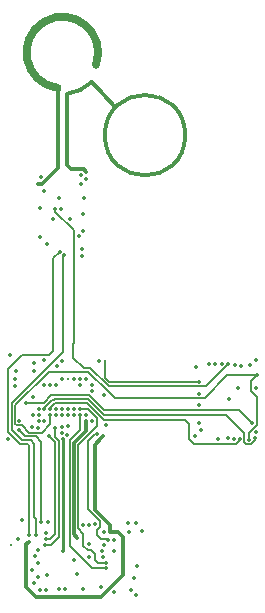
<source format=gbr>
G04 #@! TF.GenerationSoftware,KiCad,Pcbnew,(5.1.5)-3*
G04 #@! TF.CreationDate,2020-06-16T17:34:26-07:00*
G04 #@! TF.ProjectId,Miniscope-v4-Rigid-Flex,4d696e69-7363-46f7-9065-2d76342d5269,rev?*
G04 #@! TF.SameCoordinates,Original*
G04 #@! TF.FileFunction,Copper,L4,Inr*
G04 #@! TF.FilePolarity,Positive*
%FSLAX46Y46*%
G04 Gerber Fmt 4.6, Leading zero omitted, Abs format (unit mm)*
G04 Created by KiCad (PCBNEW (5.1.5)-3) date 2020-06-16 17:34:26*
%MOMM*%
%LPD*%
G04 APERTURE LIST*
%ADD10C,0.304800*%
%ADD11C,0.700000*%
%ADD12C,0.300000*%
%ADD13C,0.350000*%
%ADD14C,0.300000*%
%ADD15C,0.254000*%
%ADD16C,0.152400*%
%ADD17C,0.203200*%
G04 APERTURE END LIST*
D10*
X106240984Y-86490984D02*
X108250000Y-88600000D01*
X106241844Y-86490123D02*
G75*
G02X104150000Y-87500000I-2491844J2490123D01*
G01*
D11*
X106594123Y-85034875D02*
G75*
G03X103350000Y-87000000I-2844123J1034875D01*
G01*
D10*
X104136200Y-88894800D02*
X104150000Y-87500000D01*
D12*
X114150000Y-91000000D02*
G75*
G03X114150000Y-91000000I-3400000J0D01*
G01*
D10*
X103348800Y-88945600D02*
X103350000Y-87000000D01*
D13*
X102967800Y-98080200D03*
X102459800Y-100213800D03*
X101824800Y-97191200D03*
X101901000Y-99588200D03*
X104441000Y-98072204D03*
X105380800Y-101225400D03*
X108153200Y-125282200D03*
X109423200Y-124571000D03*
X110042800Y-127500000D03*
X109792800Y-128500000D03*
X101833200Y-129476000D03*
X103805272Y-126232072D03*
X104991600Y-128180600D03*
X115450200Y-115976100D03*
X106854008Y-110111800D03*
X110515400Y-124494800D03*
X117238200Y-110373800D03*
X107268800Y-124573800D03*
X107010200Y-129295400D03*
X101734400Y-114680800D03*
X102234400Y-115180800D03*
X103727105Y-115714263D03*
X101172800Y-127850400D03*
X108153200Y-126171200D03*
X102425200Y-128206000D03*
X106234400Y-115180800D03*
X103729800Y-110162600D03*
X105990400Y-126740800D03*
X103803210Y-116715800D03*
X106041200Y-125597800D03*
X117862700Y-113338600D03*
X116963200Y-116749200D03*
X104736800Y-126948400D03*
X102409000Y-124691400D03*
X99774000Y-111621200D03*
X101729600Y-115758600D03*
X104734400Y-111680800D03*
X101734400Y-114180800D03*
X106234400Y-112180800D03*
X100000000Y-125215199D03*
X118588800Y-112378800D03*
D14*
X104234400Y-111680800D03*
D13*
X115109000Y-110653200D03*
X101323400Y-110300400D03*
X105584175Y-96353175D03*
X105330000Y-94355802D03*
X116154800Y-110378800D03*
X110000000Y-123859988D03*
X115349800Y-112877800D03*
X115349800Y-113877800D03*
X101346000Y-128914400D03*
X100123002Y-115199800D03*
X104017600Y-129450600D03*
X104978200Y-125064400D03*
X107253800Y-112992800D03*
X106512389Y-123949248D03*
X108149400Y-129707400D03*
X120188996Y-112380400D03*
X105734400Y-115180800D03*
X101734400Y-115180800D03*
X101323400Y-110960800D03*
X105234400Y-111680800D03*
X114956600Y-116469800D03*
X103234400Y-112180800D03*
X118919000Y-110551600D03*
X120189000Y-116106199D03*
X119604804Y-110492800D03*
X102734400Y-112180800D03*
X115349800Y-115361998D03*
X107412800Y-115572800D03*
X102734400Y-114180800D03*
X118769390Y-116698400D03*
X120039390Y-116673000D03*
X102234400Y-114180800D03*
X119833400Y-115377600D03*
X100656400Y-113642400D03*
X105380800Y-100675400D03*
X105533200Y-99091800D03*
X103454800Y-96327600D03*
X107818800Y-124573800D03*
X106234400Y-112680800D03*
X100910400Y-125441000D03*
X102237800Y-110066210D03*
X102234400Y-112180800D03*
X116688200Y-110378800D03*
X101234400Y-114680800D03*
X105734400Y-111680800D03*
X107235000Y-116487200D03*
X120112800Y-110035600D03*
X99716600Y-112245400D03*
D14*
X107387400Y-110111800D03*
D13*
X115349800Y-111867190D03*
X100377000Y-123548400D03*
X99799400Y-110960800D03*
X99183200Y-116741200D03*
X109343200Y-123853200D03*
D14*
X99386400Y-125699400D03*
D13*
X118360200Y-110475400D03*
X105533200Y-97644000D03*
X105126810Y-99545400D03*
X101977200Y-94533606D03*
X103653600Y-97240200D03*
X102180400Y-95752780D03*
X101723200Y-95092398D03*
X105787200Y-94101800D03*
X101175400Y-115736000D03*
X103734400Y-114680800D03*
X105734400Y-114680800D03*
X103734400Y-111680800D03*
X102358198Y-125199400D03*
X102586800Y-116444400D03*
X103234400Y-114680800D03*
X103145598Y-115826800D03*
X102307400Y-125707400D03*
X103272600Y-110518200D03*
X99310200Y-109654600D03*
X101234400Y-113180800D03*
X105234400Y-112180800D03*
X109542800Y-129500000D03*
X110029000Y-129941200D03*
X103475400Y-129450600D03*
X102383200Y-129476000D03*
X105516200Y-129450600D03*
X101722800Y-128409200D03*
X119533132Y-116770068D03*
X120239800Y-111339000D03*
X102734400Y-114680800D03*
X103153600Y-97240200D03*
X117801400Y-110399200D03*
X102536000Y-123726200D03*
X103234400Y-114180800D03*
X101977200Y-123728999D03*
X103734400Y-114180800D03*
X100046800Y-115953800D03*
X106015800Y-123972200D03*
X104234400Y-114680800D03*
X105507800Y-124023000D03*
X104263192Y-115631600D03*
X107598768Y-125301168D03*
X104234400Y-114180800D03*
X106727000Y-116309400D03*
X107285800Y-125699400D03*
X104734400Y-114680800D03*
X103704402Y-116190400D03*
X101678614Y-126152184D03*
X104734400Y-114180800D03*
X107071800Y-126198400D03*
X105234400Y-114198410D03*
X107412800Y-127198000D03*
X104127250Y-116365400D03*
X107184200Y-126698000D03*
X107477028Y-127667172D03*
X105234400Y-114680800D03*
X101671800Y-127212600D03*
X118284000Y-116698400D03*
X117776000Y-116673004D03*
X101469198Y-126639200D03*
X103526600Y-100899600D03*
X100910400Y-124891000D03*
X105350967Y-95176325D03*
X103933000Y-101153600D03*
X101494600Y-124891000D03*
X105750000Y-94750000D03*
D15*
X103805272Y-116717862D02*
X103803210Y-116715800D01*
X103805272Y-126232072D02*
X103805272Y-116717862D01*
D10*
X104978200Y-125064400D02*
X104720389Y-124806589D01*
X104720389Y-117046011D02*
X105734400Y-116032000D01*
X104720389Y-124806589D02*
X104720389Y-117046011D01*
X105734400Y-115357576D02*
X105734400Y-115180800D01*
X105734400Y-116032000D02*
X105734400Y-115357576D01*
D16*
X102734400Y-114104400D02*
X103160200Y-113678600D01*
D17*
X114474000Y-116690400D02*
X114911001Y-117127401D01*
X114169200Y-115115600D02*
X114474000Y-115420400D01*
X105822667Y-113678600D02*
X107259667Y-115115600D01*
X114911001Y-117127401D02*
X118481999Y-117127401D01*
X118769390Y-116840010D02*
X118769390Y-116698400D01*
D16*
X103160200Y-113678600D02*
X103236600Y-113678600D01*
D17*
X118481999Y-117127401D02*
X118769390Y-116840010D01*
X107259667Y-115115600D02*
X114169200Y-115115600D01*
D16*
X102734400Y-114180800D02*
X102734400Y-114104400D01*
D17*
X114474000Y-115420400D02*
X114474000Y-116690400D01*
X103236600Y-113678600D02*
X105822667Y-113678600D01*
X117598200Y-114683800D02*
X119154931Y-116240531D01*
D16*
X119731131Y-117148269D02*
X120039390Y-116840010D01*
X119154931Y-116977131D02*
X119326069Y-117148269D01*
X119154931Y-116494531D02*
X119154931Y-116977131D01*
X120039390Y-116840010D02*
X120039390Y-116673000D01*
X119154931Y-116240531D02*
X119154931Y-116494531D01*
X119326069Y-117148269D02*
X119731131Y-117148269D01*
D17*
X103016000Y-113399200D02*
X103041410Y-113373790D01*
X103041410Y-113373790D02*
X105948924Y-113373790D01*
D16*
X102234400Y-114180800D02*
X102234400Y-114071000D01*
X102234400Y-114071000D02*
X102906200Y-113399200D01*
X102906200Y-113399200D02*
X103016000Y-113399200D01*
D17*
X105948924Y-113373790D02*
X107258934Y-114683800D01*
X107258934Y-114683800D02*
X117598200Y-114683800D01*
D16*
X100903887Y-113642400D02*
X100656400Y-113642400D01*
X102180400Y-113642400D02*
X100903887Y-113642400D01*
X106042001Y-113033601D02*
X102789199Y-113033601D01*
D17*
X119658401Y-115202601D02*
X119833400Y-115377600D01*
X106371400Y-113363000D02*
X107285800Y-114277400D01*
D16*
X102789199Y-113033601D02*
X102180400Y-113642400D01*
X106371400Y-113363000D02*
X106042001Y-113033601D01*
D17*
X118733200Y-114277400D02*
X119658401Y-115202601D01*
X107285800Y-114277400D02*
X118733200Y-114277400D01*
D10*
X100910400Y-125441000D02*
X100700470Y-125650930D01*
X101520000Y-130068200D02*
X107006400Y-130068200D01*
X107827200Y-124573800D02*
X107818800Y-124573800D01*
X108860600Y-124996200D02*
X108438200Y-124573800D01*
X108438200Y-124573800D02*
X107818800Y-124573800D01*
X107818800Y-124573800D02*
X107818800Y-124030600D01*
X108860600Y-128214000D02*
X108860600Y-124996200D01*
X100700470Y-125650930D02*
X100700470Y-129248670D01*
X107818800Y-124573800D02*
X107818800Y-124303800D01*
X107818800Y-124030600D02*
X106498400Y-122710200D01*
X107819200Y-124565800D02*
X107827200Y-124573800D01*
X100700470Y-129248670D02*
X101520000Y-130068200D01*
X107006400Y-130068200D02*
X108860600Y-128214000D01*
X106498400Y-122710200D02*
X106498400Y-117223800D01*
X106498400Y-117223800D02*
X107060001Y-116662199D01*
X107060001Y-116662199D02*
X107235000Y-116487200D01*
D17*
X107720390Y-111867190D02*
X107387400Y-111534200D01*
X115349800Y-111867190D02*
X107720390Y-111867190D01*
X107387400Y-111534200D02*
X107387400Y-110111800D01*
D10*
X102053330Y-95092398D02*
X103348800Y-93796928D01*
X101723200Y-95092398D02*
X102053330Y-95092398D01*
X103348800Y-93796928D02*
X103348800Y-88906410D01*
X104136200Y-93492200D02*
X104136200Y-88906410D01*
X104517200Y-93873200D02*
X104136200Y-93492200D01*
X105787200Y-94101800D02*
X105558600Y-93873200D01*
X105558600Y-93873200D02*
X104517200Y-93873200D01*
D17*
X103145600Y-124767600D02*
X102713800Y-125199400D01*
X102713800Y-125199400D02*
X102358198Y-125199400D01*
X103145600Y-117003200D02*
X103145600Y-124767600D01*
X102586800Y-116444400D02*
X103145600Y-117003200D01*
X103145598Y-116572131D02*
X103145598Y-116074287D01*
X103450411Y-125021589D02*
X103450411Y-116876944D01*
X102764600Y-125707400D02*
X103450411Y-125021589D01*
X103145598Y-116074287D02*
X103145598Y-115826800D01*
X102307400Y-125707400D02*
X102764600Y-125707400D01*
X103450411Y-116876944D02*
X103145598Y-116572131D01*
D16*
X120064801Y-111513999D02*
X120239800Y-111339000D01*
X107616000Y-112702600D02*
X107844600Y-112931200D01*
X119533132Y-116770068D02*
X119533132Y-116239921D01*
X119480599Y-116717535D02*
X119533132Y-116770068D01*
D17*
X115794800Y-113261400D02*
X117717200Y-111339000D01*
X119992313Y-111339000D02*
X120239800Y-111339000D01*
D16*
X105947590Y-111034190D02*
X107616000Y-112702600D01*
X99767400Y-113845600D02*
X102578810Y-111034190D01*
D17*
X107844600Y-112931200D02*
X108174800Y-113261400D01*
X117717200Y-111339000D02*
X119992313Y-111339000D01*
D16*
X99767400Y-115420400D02*
X99767400Y-113845600D01*
X99919800Y-115572800D02*
X99767400Y-115420400D01*
X120265200Y-115507853D02*
X120265200Y-113210600D01*
X119757200Y-111821600D02*
X120064801Y-111513999D01*
X102734400Y-115476000D02*
X102002600Y-116207800D01*
X100300800Y-115572800D02*
X99919800Y-115572800D01*
X102734400Y-114680800D02*
X102734400Y-115476000D01*
X119533132Y-116239921D02*
X120265200Y-115507853D01*
X102002600Y-116207800D02*
X100935800Y-116207800D01*
X102578810Y-111034190D02*
X105947590Y-111034190D01*
X119757200Y-112702600D02*
X119757200Y-111821600D01*
X100935800Y-116207800D02*
X100300800Y-115572800D01*
X120265200Y-113210600D02*
X119757200Y-112702600D01*
D17*
X108174800Y-113261400D02*
X115794800Y-113261400D01*
X104697799Y-99014799D02*
X103153600Y-97470600D01*
X104697799Y-108565199D02*
X104697799Y-99014799D01*
X103153600Y-97470600D02*
X103153600Y-97240200D01*
X117772538Y-110399200D02*
X115900938Y-112270800D01*
X104695000Y-108567998D02*
X104697799Y-108565199D01*
X105558600Y-110696000D02*
X104695000Y-109832400D01*
X106092000Y-110696000D02*
X105558600Y-110696000D01*
X117801400Y-110399200D02*
X117772538Y-110399200D01*
X115900938Y-112270800D02*
X107666800Y-112270800D01*
X104695000Y-109832400D02*
X104695000Y-108567998D01*
X107666800Y-112270800D02*
X106092000Y-110696000D01*
X101977200Y-116995200D02*
X101977200Y-123728999D01*
X100046800Y-115953800D02*
X100605600Y-116512600D01*
X101494600Y-116512600D02*
X101977200Y-116995200D01*
X100605600Y-116512600D02*
X101494600Y-116512600D01*
X106727000Y-116309400D02*
X106523800Y-116309400D01*
X106701600Y-124894600D02*
X107005400Y-125198400D01*
X107496000Y-125198400D02*
X107598768Y-125301168D01*
X105939600Y-122684800D02*
X106955600Y-123700800D01*
X107005400Y-125198400D02*
X107496000Y-125198400D01*
X106955600Y-124158000D02*
X106701600Y-124412000D01*
X106955600Y-123700800D02*
X106955600Y-124158000D01*
X106523800Y-116309400D02*
X105939600Y-116893600D01*
X105939600Y-116893600D02*
X105939600Y-122684800D01*
X106701600Y-124412000D02*
X106701600Y-124894600D01*
X107192200Y-127198000D02*
X106795200Y-127198000D01*
X105911410Y-114198410D02*
X105481887Y-114198410D01*
X106193600Y-126113800D02*
X105888800Y-126113800D01*
X105533200Y-124742200D02*
X105076000Y-124285000D01*
X105888800Y-126113800D02*
X105533200Y-125758200D01*
X106549200Y-126469400D02*
X106193600Y-126113800D01*
X106676200Y-114963200D02*
X105911410Y-114198410D01*
X106795200Y-127198000D02*
X106549200Y-126952000D01*
X107192200Y-127198000D02*
X107034471Y-127198000D01*
X106676200Y-115623600D02*
X106676200Y-114963200D01*
X105076000Y-124285000D02*
X105076000Y-117223800D01*
X105481887Y-114198410D02*
X105234400Y-114198410D01*
X106549200Y-126952000D02*
X106549200Y-126469400D01*
X105533200Y-125758200D02*
X105533200Y-124742200D01*
X107412800Y-127198000D02*
X107192200Y-127198000D01*
X105076000Y-117223800D02*
X106676200Y-115623600D01*
X104364778Y-125808978D02*
X106222972Y-127667172D01*
X105234400Y-115947800D02*
X104364778Y-116817422D01*
X107229541Y-127667172D02*
X107477028Y-127667172D01*
X105234400Y-114680800D02*
X105234400Y-115947800D01*
X104364778Y-116817422D02*
X104364778Y-125808978D01*
X106222972Y-127667172D02*
X107229541Y-127667172D01*
X102993200Y-109273600D02*
X102993200Y-101433000D01*
X102993200Y-101433000D02*
X103526600Y-100899600D01*
X100199200Y-117147600D02*
X99167199Y-116115599D01*
X99167199Y-116115599D02*
X99167199Y-110813601D01*
X100808800Y-117147600D02*
X100199200Y-117147600D01*
X100910400Y-123472200D02*
X100961200Y-123421400D01*
X100351600Y-109629200D02*
X102637600Y-109629200D01*
X100961200Y-123421400D02*
X100961200Y-117300000D01*
X100961200Y-117300000D02*
X100808800Y-117147600D01*
X100910400Y-124891000D02*
X100910400Y-123472200D01*
X99167199Y-110813601D02*
X100351600Y-109629200D01*
X102637600Y-109629200D02*
X102993200Y-109273600D01*
X103780600Y-101306000D02*
X103933000Y-101153600D01*
X103780600Y-109400600D02*
X103780600Y-101306000D01*
X99487990Y-116004590D02*
X99487990Y-113693210D01*
X100326200Y-116842800D02*
X99487990Y-116004590D01*
X101494600Y-124891000D02*
X101494600Y-123472200D01*
X99487990Y-113693210D02*
X103780600Y-109400600D01*
X101494600Y-123472200D02*
X101367600Y-123345200D01*
X101367600Y-117122200D02*
X101088200Y-116842800D01*
X101367600Y-123345200D02*
X101367600Y-117122200D01*
X101088200Y-116842800D02*
X100326200Y-116842800D01*
M02*

</source>
